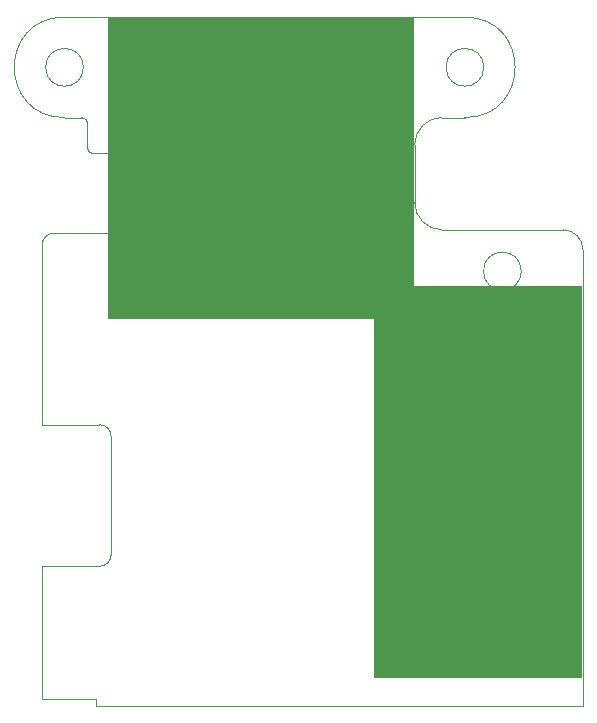
<source format=gm1>
G04*
<<<<<<< HEAD
G04 #@! TF.GenerationSoftware,Altium Limited,Altium Designer,24.2.2 (26)*
=======
G04 #@! TF.GenerationSoftware,Altium Limited,Altium Designer,25.1.2 (22)*
>>>>>>> 613e14270cc375eb23a491e7e857863a29f37ea3
G04*
G04 Layer_Color=16711935*
%FSLAX43Y43*%
%MOMM*%
G71*
G04*
<<<<<<< HEAD
G04 #@! TF.SameCoordinates,7AFD8296-B205-43B3-A86C-D23401984E65*
=======
G04 #@! TF.SameCoordinates,67CE9ABA-0E76-4F11-AB49-B23C2CE43B64*
>>>>>>> 613e14270cc375eb23a491e7e857863a29f37ea3
G04*
G04*
G04 #@! TF.FilePolarity,Positive*
G04*
G01*
G75*
%ADD36C,0.013*%
<<<<<<< HEAD
=======
%ADD37R,6.600X16.700*%
%ADD38R,17.687X33.315*%
%ADD39R,26.000X6.550*%
%ADD40R,26.000X25.600*%
>>>>>>> 613e14270cc375eb23a491e7e857863a29f37ea3
D36*
X39756Y54056D02*
G03*
X39756Y54056I-1600J0D01*
G01*
X5856D02*
G03*
X5856Y54056I-1600J0D01*
G01*
X5772Y49793D02*
G03*
X5731Y49800I-131J-595D01*
G01*
X5946Y49720D02*
G03*
X5929Y49731I-319J-493D01*
G01*
X5959Y49712D02*
G03*
X5946Y49720I-332J-484D01*
G01*
X6090Y49581D02*
G03*
X6077Y49598I-463J-317D01*
G01*
X6097Y49569D02*
G03*
X6090Y49581I-470J-305D01*
G01*
X6168Y49390D02*
G03*
X6160Y49425I-535J-96D01*
G01*
X4256Y58306D02*
G03*
X4256Y49806I0J-4250D01*
G01*
X38156D02*
G03*
X38156Y58306I0J4250D01*
G01*
X36206Y49806D02*
G03*
X33906Y47506I0J-2300D01*
G01*
Y42606D02*
G03*
X36206Y40306I2300J0D01*
G01*
X48156Y38606D02*
G03*
X46456Y40306I-1700J0D01*
G01*
X7206Y11806D02*
G03*
X8206Y12806I0J1000D01*
G01*
Y22806D02*
G03*
X7206Y23806I-1000J0D01*
G01*
X3353Y40006D02*
G03*
X2353Y39006I0J-1000D01*
G01*
X10206Y40006D02*
G03*
X11206Y41006I0J1000D01*
G01*
Y45806D02*
G03*
X10206Y46806I-1000J0D01*
G01*
X6182Y47231D02*
G03*
X6189Y47195I537J88D01*
G01*
X6252Y47046D02*
G03*
X6270Y47020I474J304D01*
G01*
X6270D02*
G03*
X6276Y47012I453J327D01*
G01*
X6390Y46902D02*
G03*
X6413Y46887I334J482D01*
G01*
X6413D02*
G03*
X6423Y46881I310J495D01*
G01*
X6572Y46821D02*
G03*
X6605Y46814I135J586D01*
G01*
X42931Y36806D02*
G03*
X42931Y36806I-1600J0D01*
G01*
X6175Y47306D02*
Y49306D01*
X5654Y49806D02*
X5656Y49806D01*
X5657Y49806D01*
X5659Y49806D01*
X5660Y49806D01*
X5662Y49806D01*
X5663Y49806D01*
X5666Y49806D01*
X5668Y49806D01*
X5670Y49806D01*
X5673Y49806D01*
X5675Y49806D01*
X5677Y49806D01*
X5680Y49806D01*
X5682Y49806D01*
X5684Y49805D01*
X5687Y49805D01*
X5689Y49805D01*
X5691Y49805D01*
X5695Y49805D01*
X5698Y49804D01*
X5701Y49804D01*
X5704Y49804D01*
X5707Y49803D01*
X5712Y49803D01*
X5716Y49802D01*
X5720Y49802D01*
X5725Y49801D01*
X5731Y49800D01*
X5772Y49793D02*
X5780Y49791D01*
X5786Y49790D01*
X5791Y49788D01*
X5795Y49787D01*
X5799Y49786D01*
X5803Y49785D01*
X5806Y49784D01*
X5810Y49783D01*
X5813Y49782D01*
X5816Y49782D01*
X5819Y49781D01*
X5821Y49780D01*
X5823Y49779D01*
X5826Y49778D01*
X5828Y49778D01*
X5830Y49777D01*
X5832Y49776D01*
X5835Y49775D01*
X5837Y49775D01*
X5839Y49774D01*
X5841Y49773D01*
X5843Y49772D01*
X5846Y49772D01*
X5848Y49771D01*
X5849Y49770D01*
X5851Y49770D01*
X5852Y49769D01*
X5853Y49769D01*
X5855Y49768D01*
X5858Y49767D01*
X5860Y49766D01*
X5861Y49765D01*
X5863Y49765D01*
X5864Y49764D01*
X5865Y49764D01*
X5868Y49763D01*
X5870Y49762D01*
X5872Y49761D01*
X5874Y49760D01*
X5876Y49759D01*
X5878Y49758D01*
X5880Y49757D01*
X5882Y49756D01*
X5885Y49755D01*
X5887Y49754D01*
X5889Y49753D01*
X5891Y49752D01*
X5894Y49750D01*
X5897Y49749D01*
X5900Y49747D01*
X5902Y49746D01*
X5906Y49744D01*
X5910Y49742D01*
X5913Y49740D01*
X5917Y49738D01*
X5922Y49735D01*
X5929Y49731D01*
X5959Y49712D02*
X5965Y49708D01*
X5969Y49704D01*
X5973Y49701D01*
X5977Y49699D01*
X5980Y49696D01*
X5983Y49694D01*
X5986Y49692D01*
X5988Y49690D01*
X5991Y49688D01*
X5993Y49686D01*
X5995Y49685D01*
X5997Y49683D01*
X5999Y49681D01*
X6001Y49680D01*
X6003Y49678D01*
X6004Y49677D01*
X6006Y49675D01*
X6008Y49674D01*
X6010Y49672D01*
X6011Y49671D01*
X6013Y49669D01*
X6015Y49668D01*
X6017Y49666D01*
X6018Y49665D01*
X6019Y49664D01*
X6020Y49663D01*
X6021Y49662D01*
X6022Y49661D01*
X6023Y49660D01*
X6024Y49659D01*
X6027Y49656D01*
X6028Y49655D01*
X6029Y49654D01*
X6030Y49653D01*
X6031Y49652D01*
X6033Y49651D01*
X6034Y49649D01*
X6035Y49648D01*
X6037Y49646D01*
X6038Y49644D01*
X6040Y49643D01*
X6042Y49641D01*
X6043Y49639D01*
X6045Y49638D01*
X6046Y49636D01*
X6048Y49634D01*
X6050Y49632D01*
X6051Y49630D01*
X6053Y49629D01*
X6055Y49626D01*
X6057Y49624D01*
X6059Y49621D01*
X6061Y49619D01*
X6064Y49616D01*
X6066Y49612D01*
X6069Y49609D01*
X6073Y49604D01*
X6077Y49598D01*
X6097Y49569D02*
X6101Y49563D01*
X6104Y49558D01*
X6107Y49554D01*
X6109Y49550D01*
X6111Y49547D01*
X6113Y49544D01*
X6114Y49541D01*
X6116Y49538D01*
X6117Y49535D01*
X6119Y49533D01*
X6120Y49530D01*
X6121Y49528D01*
X6122Y49526D01*
X6123Y49524D01*
X6124Y49522D01*
X6126Y49520D01*
X6127Y49518D01*
X6128Y49516D01*
X6129Y49514D01*
X6130Y49511D01*
X6131Y49509D01*
X6132Y49507D01*
X6132Y49506D01*
X6133Y49504D01*
X6134Y49503D01*
X6134Y49502D01*
X6135Y49500D01*
X6135Y49499D01*
X6136Y49497D01*
X6137Y49496D01*
X6137Y49495D01*
X6138Y49493D01*
X6138Y49492D01*
X6139Y49490D01*
X6140Y49489D01*
X6140Y49488D01*
X6141Y49486D01*
X6141Y49485D01*
X6142Y49483D01*
X6143Y49481D01*
X6143Y49479D01*
X6144Y49477D01*
X6145Y49474D01*
X6146Y49472D01*
X6147Y49470D01*
X6147Y49468D01*
X6148Y49466D01*
X6149Y49463D01*
X6150Y49461D01*
X6150Y49459D01*
X6151Y49456D01*
X6152Y49453D01*
X6153Y49449D01*
X6154Y49446D01*
X6155Y49443D01*
X6156Y49439D01*
X6157Y49435D01*
X6159Y49431D01*
X6160Y49425D01*
X6168Y49390D02*
X6169Y49382D01*
X6170Y49376D01*
X6171Y49371D01*
X6171Y49367D01*
X6172Y49363D01*
X6172Y49360D01*
X6173Y49357D01*
X6173Y49353D01*
X6173Y49350D01*
X6174Y49347D01*
X6174Y49345D01*
X6174Y49342D01*
X6174Y49340D01*
X6174Y49337D01*
X6174Y49335D01*
X6175Y49333D01*
X6175Y49330D01*
X6175Y49328D01*
X6175Y49326D01*
X6175Y49323D01*
X6175Y49321D01*
X6175Y49319D01*
X6175Y49318D01*
X6175Y49316D01*
X6175Y49315D01*
X6175Y49313D01*
X6175Y49312D01*
X6175Y49310D01*
X6175Y49309D01*
X6175Y49306D01*
X4256Y49806D02*
X5654D01*
X4256Y58306D02*
X38156D01*
X36206Y49806D02*
X38156D01*
X33906Y42606D02*
Y47506D01*
X36206Y40306D02*
X46456D01*
X48156Y38606D02*
X48156Y6D01*
X6942D02*
X48156D01*
X6942D02*
Y606D01*
X2353D02*
X6942D01*
X2353D02*
Y11806D01*
X7206D01*
X8206Y12806D02*
Y22806D01*
X2353Y23806D02*
X7206D01*
X2353D02*
Y39006D01*
X3353Y40006D02*
X10206D01*
X11206Y41006D02*
Y45806D01*
X6694Y46806D02*
X10206D01*
X6175Y47306D02*
X6175Y47305D01*
X6175Y47303D01*
X6176Y47302D01*
X6176Y47300D01*
X6176Y47299D01*
X6176Y47297D01*
X6176Y47296D01*
X6176Y47294D01*
X6176Y47293D01*
X6176Y47291D01*
X6176Y47289D01*
X6176Y47286D01*
X6176Y47284D01*
X6176Y47282D01*
X6176Y47279D01*
X6177Y47277D01*
X6177Y47275D01*
X6177Y47272D01*
X6177Y47270D01*
X6177Y47268D01*
X6178Y47265D01*
X6178Y47262D01*
X6178Y47259D01*
X6179Y47256D01*
X6179Y47252D01*
X6179Y47249D01*
X6180Y47245D01*
X6180Y47241D01*
X6181Y47236D01*
X6182Y47231D01*
X6189Y47195D02*
X6191Y47187D01*
X6192Y47182D01*
X6194Y47177D01*
X6195Y47173D01*
X6196Y47169D01*
X6197Y47166D01*
X6198Y47163D01*
X6199Y47160D01*
X6200Y47157D01*
X6201Y47154D01*
X6201Y47151D01*
X6202Y47149D01*
X6203Y47147D01*
X6204Y47145D01*
X6204Y47142D01*
X6205Y47140D01*
X6206Y47138D01*
X6207Y47136D01*
X6208Y47134D01*
X6208Y47131D01*
X6209Y47129D01*
X6210Y47128D01*
X6210Y47126D01*
X6211Y47125D01*
X6212Y47124D01*
X6212Y47122D01*
X6213Y47121D01*
X6213Y47119D01*
X6214Y47118D01*
X6214Y47117D01*
X6215Y47115D01*
X6216Y47114D01*
X6216Y47112D01*
X6217Y47111D01*
X6217Y47110D01*
X6218Y47108D01*
X6219Y47107D01*
X6219Y47105D01*
X6220Y47104D01*
X6221Y47102D01*
X6222Y47100D01*
X6223Y47098D01*
X6224Y47096D01*
X6225Y47093D01*
X6226Y47091D01*
X6227Y47089D01*
X6228Y47087D01*
X6229Y47085D01*
X6231Y47083D01*
X6232Y47081D01*
X6233Y47079D01*
X6234Y47076D01*
X6236Y47073D01*
X6238Y47070D01*
X6239Y47067D01*
X6241Y47064D01*
X6243Y47060D01*
X6246Y47056D01*
X6249Y47051D01*
X6252Y47046D01*
X6276Y47012D02*
X6280Y47007D01*
X6283Y47003D01*
X6286Y46999D01*
X6288Y46996D01*
X6291Y46993D01*
X6293Y46990D01*
X6295Y46988D01*
X6297Y46985D01*
X6299Y46983D01*
X6301Y46981D01*
X6302Y46979D01*
X6304Y46978D01*
X6305Y46976D01*
X6307Y46974D01*
X6309Y46972D01*
X6310Y46971D01*
X6312Y46969D01*
X6313Y46967D01*
X6315Y46966D01*
X6317Y46964D01*
X6318Y46962D01*
X6319Y46961D01*
X6320Y46960D01*
X6321Y46959D01*
X6322Y46958D01*
X6326Y46955D01*
X6327Y46954D01*
X6328Y46953D01*
X6329Y46952D01*
X6330Y46951D01*
X6331Y46950D01*
X6332Y46948D01*
X6333Y46947D01*
X6335Y46946D01*
X6337Y46944D01*
X6339Y46943D01*
X6340Y46941D01*
X6342Y46940D01*
X6344Y46938D01*
X6346Y46937D01*
X6347Y46935D01*
X6349Y46933D01*
X6351Y46932D01*
X6353Y46930D01*
X6355Y46929D01*
X6357Y46927D01*
X6359Y46925D01*
X6362Y46923D01*
X6364Y46921D01*
X6367Y46919D01*
X6369Y46917D01*
X6372Y46915D01*
X6376Y46912D01*
X6380Y46910D01*
X6384Y46906D01*
X6390Y46902D01*
X6423Y46881D02*
X6429Y46877D01*
X6434Y46874D01*
X6438Y46872D01*
X6442Y46870D01*
X6445Y46868D01*
X6448Y46867D01*
X6451Y46865D01*
X6454Y46864D01*
X6457Y46862D01*
X6460Y46861D01*
X6462Y46860D01*
X6464Y46859D01*
X6466Y46858D01*
X6468Y46857D01*
X6470Y46856D01*
X6472Y46855D01*
X6475Y46854D01*
X6477Y46853D01*
X6479Y46852D01*
X6481Y46851D01*
X6483Y46850D01*
X6485Y46849D01*
X6487Y46848D01*
X6488Y46848D01*
X6489Y46847D01*
X6491Y46847D01*
X6494Y46845D01*
X6496Y46845D01*
X6497Y46844D01*
X6499Y46843D01*
X6500Y46843D01*
X6501Y46842D01*
X6503Y46842D01*
X6505Y46841D01*
X6507Y46840D01*
X6509Y46839D01*
X6512Y46839D01*
X6514Y46838D01*
X6516Y46837D01*
X6518Y46836D01*
X6520Y46835D01*
X6523Y46835D01*
X6525Y46834D01*
X6527Y46833D01*
X6529Y46833D01*
X6532Y46832D01*
X6535Y46831D01*
X6538Y46830D01*
X6541Y46829D01*
X6544Y46828D01*
X6547Y46827D01*
X6551Y46826D01*
X6555Y46825D01*
X6560Y46824D01*
X6565Y46823D01*
X6572Y46821D01*
X6605Y46814D02*
X6614Y46813D01*
X6621Y46812D01*
X6627Y46811D01*
X6631Y46810D01*
X6635Y46810D01*
X6639Y46810D01*
X6643Y46809D01*
X6646Y46809D01*
X6649Y46809D01*
X6652Y46808D01*
X6655Y46808D01*
X6658Y46808D01*
X6660Y46808D01*
X6663Y46807D01*
X6665Y46807D01*
X6667Y46807D01*
X6670Y46807D01*
X6672Y46807D01*
X6674Y46807D01*
X6677Y46807D01*
X6679Y46807D01*
X6681Y46807D01*
X6684Y46806D01*
X6686Y46806D01*
X6687Y46806D01*
X6689Y46806D01*
X6690Y46806D01*
X6692Y46806D01*
X6694Y46806D01*
<<<<<<< HEAD
=======
D37*
X36450Y17800D02*
D03*
D38*
X39290Y18958D02*
D03*
D39*
X20874Y35990D02*
D03*
D40*
X20901Y45515D02*
D03*
>>>>>>> 613e14270cc375eb23a491e7e857863a29f37ea3
M02*

</source>
